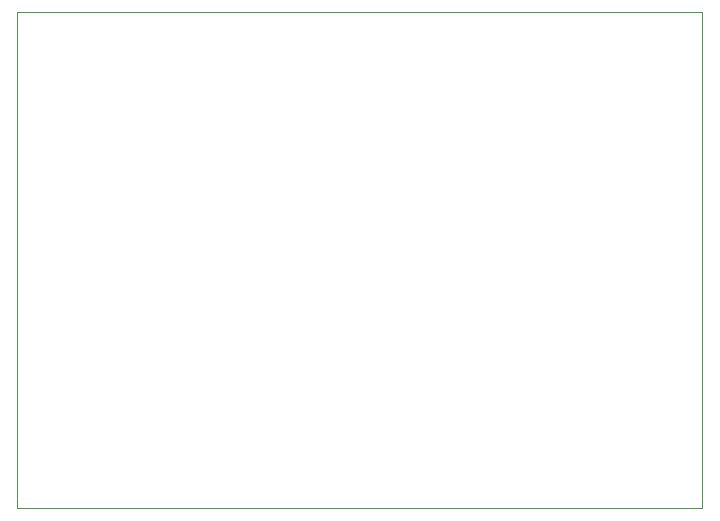
<source format=gbr>
%TF.GenerationSoftware,KiCad,Pcbnew,8.0.5*%
%TF.CreationDate,2025-01-04T17:35:11+03:00*%
%TF.ProjectId,Intruder_Alarm_with_LDR_and_Buzzer,496e7472-7564-4657-925f-416c61726d5f,v01*%
%TF.SameCoordinates,Original*%
%TF.FileFunction,Profile,NP*%
%FSLAX46Y46*%
G04 Gerber Fmt 4.6, Leading zero omitted, Abs format (unit mm)*
G04 Created by KiCad (PCBNEW 8.0.5) date 2025-01-04 17:35:11*
%MOMM*%
%LPD*%
G01*
G04 APERTURE LIST*
%TA.AperFunction,Profile*%
%ADD10C,0.050000*%
%TD*%
G04 APERTURE END LIST*
D10*
X125500000Y-54000000D02*
X183500000Y-54000000D01*
X183500000Y-96000000D01*
X125500000Y-96000000D01*
X125500000Y-54000000D01*
M02*

</source>
